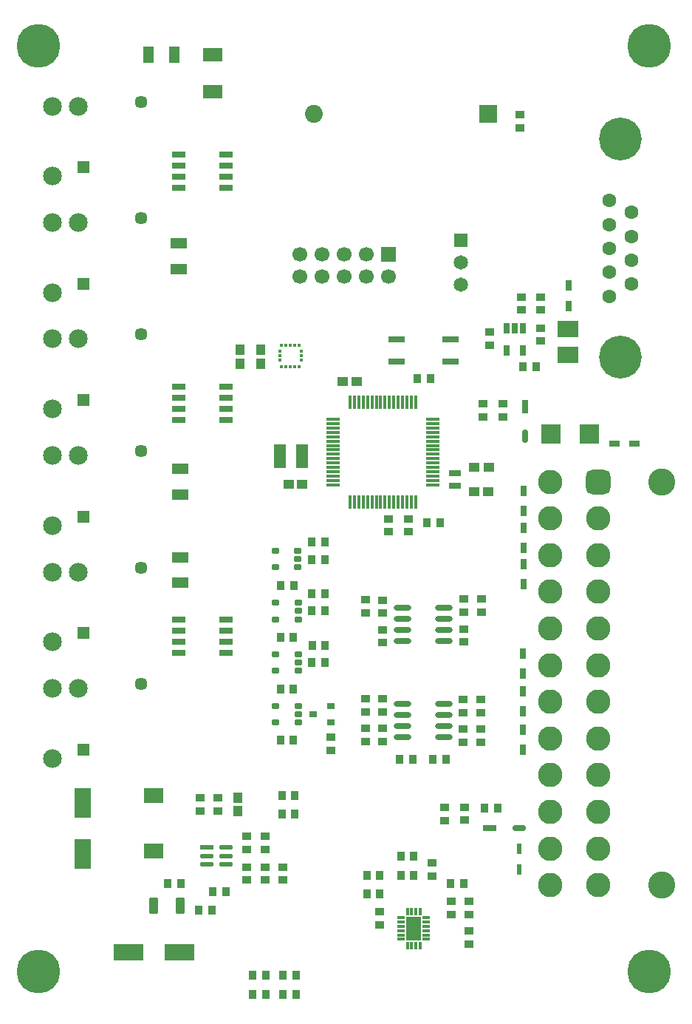
<source format=gbr>
%TF.GenerationSoftware,Altium Limited,Altium Designer,25.8.1 (18)*%
G04 Layer_Color=8388736*
%FSLAX45Y45*%
%MOMM*%
%TF.SameCoordinates,031978D1-9D18-463A-8735-F8186BF7E524*%
%TF.FilePolarity,Negative*%
%TF.FileFunction,Soldermask,Top*%
%TF.Part,Single*%
G01*
G75*
%TA.AperFunction,SMDPad,CuDef*%
G04:AMPARAMS|DCode=10|XSize=1.55439mm|YSize=0.57213mm|CornerRadius=0.28606mm|HoleSize=0mm|Usage=FLASHONLY|Rotation=0.000|XOffset=0mm|YOffset=0mm|HoleType=Round|Shape=RoundedRectangle|*
%AMROUNDEDRECTD10*
21,1,1.55439,0.00000,0,0,0.0*
21,1,0.98226,0.57213,0,0,0.0*
1,1,0.57213,0.49113,0.00000*
1,1,0.57213,-0.49113,0.00000*
1,1,0.57213,-0.49113,0.00000*
1,1,0.57213,0.49113,0.00000*
%
%ADD10ROUNDEDRECTD10*%
%ADD11R,1.55439X0.57213*%
%ADD21R,1.15814X1.01213*%
%ADD27R,0.45000X0.35000*%
%ADD28R,0.35000X0.45000*%
%ADD30R,1.01213X1.15814*%
%ADD32R,0.90000X0.80000*%
%ADD33R,1.40000X2.80000*%
%ADD39R,1.40000X0.75000*%
%ADD40R,1.30606X1.05822*%
%ADD41R,1.05822X1.30606*%
G04:AMPARAMS|DCode=43|XSize=1.55748mm|YSize=0.74248mm|CornerRadius=0.37124mm|HoleSize=0mm|Usage=FLASHONLY|Rotation=270.000|XOffset=0mm|YOffset=0mm|HoleType=Round|Shape=RoundedRectangle|*
%AMROUNDEDRECTD43*
21,1,1.55748,0.00000,0,0,270.0*
21,1,0.81501,0.74248,0,0,270.0*
1,1,0.74247,0.00000,-0.40750*
1,1,0.74247,0.00000,0.40750*
1,1,0.74247,0.00000,0.40750*
1,1,0.74247,0.00000,-0.40750*
%
%ADD43ROUNDEDRECTD43*%
%ADD44R,0.74248X1.55748*%
%ADD46R,2.18000X1.62000*%
G04:AMPARAMS|DCode=47|XSize=1.55748mm|YSize=0.74248mm|CornerRadius=0.37124mm|HoleSize=0mm|Usage=FLASHONLY|Rotation=0.000|XOffset=0mm|YOffset=0mm|HoleType=Round|Shape=RoundedRectangle|*
%AMROUNDEDRECTD47*
21,1,1.55748,0.00000,0,0,0.0*
21,1,0.81501,0.74248,0,0,0.0*
1,1,0.74247,0.40750,0.00000*
1,1,0.74247,-0.40750,0.00000*
1,1,0.74247,-0.40750,0.00000*
1,1,0.74247,0.40750,0.00000*
%
%ADD47ROUNDEDRECTD47*%
%ADD48R,1.55748X0.74248*%
%TA.AperFunction,ComponentPad*%
%ADD53C,1.45000*%
%ADD54C,2.15000*%
%ADD55R,1.45000X1.45000*%
%ADD63C,1.60000*%
%TA.AperFunction,ViaPad*%
%ADD69C,5.00000*%
%TA.AperFunction,SMDPad,CuDef*%
%ADD78R,0.65000X1.15000*%
%ADD79R,2.40000X1.90000*%
G04:AMPARAMS|DCode=80|XSize=0.9mm|YSize=1.1mm|CornerRadius=0.15mm|HoleSize=0mm|Usage=FLASHONLY|Rotation=90.000|XOffset=0mm|YOffset=0mm|HoleType=Round|Shape=RoundedRectangle|*
%AMROUNDEDRECTD80*
21,1,0.90000,0.80000,0,0,90.0*
21,1,0.60000,1.10000,0,0,90.0*
1,1,0.30000,0.40000,0.30000*
1,1,0.30000,0.40000,-0.30000*
1,1,0.30000,-0.40000,-0.30000*
1,1,0.30000,-0.40000,0.30000*
%
%ADD80ROUNDEDRECTD80*%
%ADD81R,0.70000X1.25000*%
G04:AMPARAMS|DCode=82|XSize=0.9mm|YSize=1.1mm|CornerRadius=0.15mm|HoleSize=0mm|Usage=FLASHONLY|Rotation=180.000|XOffset=0mm|YOffset=0mm|HoleType=Round|Shape=RoundedRectangle|*
%AMROUNDEDRECTD82*
21,1,0.90000,0.80000,0,0,180.0*
21,1,0.60000,1.10000,0,0,180.0*
1,1,0.30000,-0.30000,0.40000*
1,1,0.30000,0.30000,0.40000*
1,1,0.30000,0.30000,-0.40000*
1,1,0.30000,-0.30000,-0.40000*
%
%ADD82ROUNDEDRECTD82*%
%ADD83R,1.82500X0.75000*%
%ADD84R,0.40000X1.57500*%
%ADD85R,1.15000X0.65000*%
%ADD86R,2.30000X2.25000*%
%ADD87R,1.57500X0.40000*%
%ADD88O,2.00000X0.70000*%
%ADD89R,0.60000X1.20000*%
%ADD90R,0.95000X0.35000*%
%ADD91R,1.80000X2.80000*%
%ADD92R,1.62500X0.75000*%
G04:AMPARAMS|DCode=93|XSize=0.65mm|YSize=0.9mm|CornerRadius=0.0995mm|HoleSize=0mm|Usage=FLASHONLY|Rotation=270.000|XOffset=0mm|YOffset=0mm|HoleType=Round|Shape=RoundedRectangle|*
%AMROUNDEDRECTD93*
21,1,0.65000,0.70100,0,0,270.0*
21,1,0.45100,0.90000,0,0,270.0*
1,1,0.19900,-0.35050,-0.22550*
1,1,0.19900,-0.35050,0.22550*
1,1,0.19900,0.35050,0.22550*
1,1,0.19900,0.35050,-0.22550*
%
%ADD93ROUNDEDRECTD93*%
G04:AMPARAMS|DCode=94|XSize=1.1mm|YSize=1.9mm|CornerRadius=0.175mm|HoleSize=0mm|Usage=FLASHONLY|Rotation=0.000|XOffset=0mm|YOffset=0mm|HoleType=Round|Shape=RoundedRectangle|*
%AMROUNDEDRECTD94*
21,1,1.10000,1.55000,0,0,0.0*
21,1,0.75000,1.90000,0,0,0.0*
1,1,0.35000,0.37500,-0.77500*
1,1,0.35000,-0.37500,-0.77500*
1,1,0.35000,-0.37500,0.77500*
1,1,0.35000,0.37500,0.77500*
%
%ADD94ROUNDEDRECTD94*%
%ADD95R,3.45000X1.95000*%
%ADD96R,1.95000X3.45000*%
%ADD97R,2.30000X1.70000*%
%ADD98R,0.35000X0.95000*%
%ADD99R,1.90000X1.27000*%
%ADD100R,1.27000X1.90000*%
%TA.AperFunction,ComponentPad*%
%ADD101C,2.80000*%
G04:AMPARAMS|DCode=102|XSize=2.8mm|YSize=2.8mm|CornerRadius=0.725mm|HoleSize=0mm|Usage=FLASHONLY|Rotation=90.000|XOffset=0mm|YOffset=0mm|HoleType=Round|Shape=RoundedRectangle|*
%AMROUNDEDRECTD102*
21,1,2.80000,1.35000,0,0,90.0*
21,1,1.35000,2.80000,0,0,90.0*
1,1,1.45000,0.67500,0.67500*
1,1,1.45000,0.67500,-0.67500*
1,1,1.45000,-0.67500,-0.67500*
1,1,1.45000,-0.67500,0.67500*
%
%ADD102ROUNDEDRECTD102*%
%ADD103C,3.10000*%
%ADD104C,4.90000*%
%ADD105R,1.65000X1.65000*%
%ADD106C,2.05000*%
%ADD107C,1.70000*%
%ADD108C,1.65000*%
%ADD109R,1.70000X1.70000*%
%ADD110R,2.05000X2.05000*%
D10*
X2763868Y1802410D02*
D03*
X2543809Y1897410D02*
D03*
X2763868D02*
D03*
Y1992410D02*
D03*
X2543809Y1802410D02*
D03*
D11*
Y1992410D02*
D03*
D21*
X5771273Y6350039D02*
D03*
X5768610Y6070045D02*
D03*
X4097303Y7331199D02*
D03*
X5603211Y6070045D02*
D03*
X5605874Y6350039D02*
D03*
X4262702Y7331199D02*
D03*
D27*
X3621290Y7672539D02*
D03*
Y7622539D02*
D03*
Y7572539D02*
D03*
X3376290Y7672539D02*
D03*
Y7622539D02*
D03*
Y7572539D02*
D03*
D28*
X3598790Y7500039D02*
D03*
X3448790Y7745039D02*
D03*
X3548790D02*
D03*
Y7500039D02*
D03*
X3398790D02*
D03*
X3448790D02*
D03*
X3498790D02*
D03*
X3598790Y7745039D02*
D03*
X3498790D02*
D03*
X3398790D02*
D03*
D30*
X3160039Y7693910D02*
D03*
X2920044Y7693857D02*
D03*
X3160039Y7528511D02*
D03*
X2920044Y7528458D02*
D03*
D32*
X3960090Y3616227D02*
D03*
Y3426227D02*
D03*
X3760090Y3521227D02*
D03*
D33*
X3377639Y6474211D02*
D03*
X3637639D02*
D03*
D39*
X5388797Y6137496D02*
D03*
Y6282496D02*
D03*
D40*
X3635255Y6151211D02*
D03*
X3480039D02*
D03*
D41*
X2898938Y2409002D02*
D03*
Y2564218D02*
D03*
D43*
X6190040Y6701174D02*
D03*
D44*
Y7041248D02*
D03*
D46*
X2610056Y11072160D02*
D03*
Y10650160D02*
D03*
D47*
X6120059Y2211266D02*
D03*
D48*
X5779985D02*
D03*
D53*
X1791057Y5197385D02*
D03*
X1790039Y6531210D02*
D03*
X1790039Y10531210D02*
D03*
X1791039Y9196210D02*
D03*
X1791039Y7866850D02*
D03*
X1790039Y3862430D02*
D03*
D54*
X1071057Y5147385D02*
D03*
X771057Y4347385D02*
D03*
Y5147385D02*
D03*
X771039Y7016851D02*
D03*
X1070039Y6481211D02*
D03*
X770039D02*
D03*
Y5681211D02*
D03*
X770039Y9681210D02*
D03*
X1070039Y10481210D02*
D03*
X770039D02*
D03*
X771039Y8346210D02*
D03*
X1071039Y9146210D02*
D03*
X771039D02*
D03*
X771039Y7816851D02*
D03*
X1071040D02*
D03*
X770039Y3812430D02*
D03*
Y3012430D02*
D03*
X1070039Y3812430D02*
D03*
D55*
X1131057Y4447385D02*
D03*
X1130039Y3112430D02*
D03*
X1131039Y7116850D02*
D03*
X1131039Y8446210D02*
D03*
X1130039Y9781210D02*
D03*
X1130039Y5781210D02*
D03*
D63*
X7407039Y9265211D02*
D03*
Y8443210D02*
D03*
X7153039Y8854210D02*
D03*
Y9128210D02*
D03*
Y8306210D02*
D03*
Y9402211D02*
D03*
Y8580210D02*
D03*
X7407039Y8991210D02*
D03*
Y8717210D02*
D03*
D69*
X7610440Y11170401D02*
D03*
X7609744Y570408D02*
D03*
X610025Y11170340D02*
D03*
X609512Y569810D02*
D03*
D78*
X6690046Y8426170D02*
D03*
X6170038Y5006210D02*
D03*
X6170034Y5846252D02*
D03*
X6170033Y5426260D02*
D03*
X6167539Y3986210D02*
D03*
X6167539Y3553509D02*
D03*
X6167538Y3111689D02*
D03*
X6170038Y5236210D02*
D03*
X6167539Y3783509D02*
D03*
X6167538Y3341689D02*
D03*
X6170034Y6076252D02*
D03*
X6690046Y8196170D02*
D03*
X6167539Y4216211D02*
D03*
X6170033Y5656260D02*
D03*
D79*
X6680028Y7636250D02*
D03*
Y7926250D02*
D03*
D80*
X6370039Y7791210D02*
D03*
X6150041Y8146174D02*
D03*
X5711501Y6923507D02*
D03*
X5690034Y4686260D02*
D03*
X5680033Y3536247D02*
D03*
X5680039Y3348910D02*
D03*
X5500039Y2304671D02*
D03*
X5270039Y2303511D02*
D03*
X5340027Y1376253D02*
D03*
X4360039Y4678910D02*
D03*
X4360033Y3546255D02*
D03*
X4360044Y3356171D02*
D03*
X2668439Y2409311D02*
D03*
X2461191D02*
D03*
X3208439Y2118310D02*
D03*
X3001639Y2119610D02*
D03*
X4520087Y1106222D02*
D03*
X3001639Y1969610D02*
D03*
X3208439Y1968310D02*
D03*
X3001289Y1769610D02*
D03*
X3208439D02*
D03*
X5550083Y1226222D02*
D03*
X5550026Y1036257D02*
D03*
X5550083Y1376222D02*
D03*
X5340027Y1226253D02*
D03*
X5120028Y1666261D02*
D03*
X5550026Y886257D02*
D03*
X4520087Y1256222D02*
D03*
X4360033Y3696255D02*
D03*
X4560098Y3696216D02*
D03*
X4360039Y4828910D02*
D03*
X4560095Y4826216D02*
D03*
X4850001Y5756204D02*
D03*
Y5606204D02*
D03*
X4620002Y5606204D02*
D03*
X5680033Y3686247D02*
D03*
X5480084Y3686216D02*
D03*
X5690034Y4836260D02*
D03*
X5490082Y4836216D02*
D03*
X4620002Y5756204D02*
D03*
X6130076Y10236221D02*
D03*
X5780075Y7746221D02*
D03*
X3417008Y1769610D02*
D03*
X4360044Y3206171D02*
D03*
X4560097Y3206216D02*
D03*
X5480039Y3351211D02*
D03*
X5480084Y3536216D02*
D03*
X4560097Y3356216D02*
D03*
X4560098Y3546216D02*
D03*
X6130076Y10386221D02*
D03*
X4560095Y4676216D02*
D03*
X6150041Y8296174D02*
D03*
X6370078Y8296213D02*
D03*
Y8146213D02*
D03*
X5490082Y4686216D02*
D03*
X5711501Y7073507D02*
D03*
X5489997Y4346205D02*
D03*
Y4496205D02*
D03*
X6370039Y7941210D02*
D03*
X5780075Y7896221D02*
D03*
X5500039Y2454671D02*
D03*
X5680039Y3198910D02*
D03*
X4560034Y4336266D02*
D03*
Y4486266D02*
D03*
X5120028Y1816261D02*
D03*
X5270039Y2453511D02*
D03*
X5935070Y6922292D02*
D03*
Y7072292D02*
D03*
X5480039Y3201211D02*
D03*
X3208439Y1619610D02*
D03*
X3001289D02*
D03*
X2461191Y2559311D02*
D03*
X3417008Y1619610D02*
D03*
X3960022Y3256260D02*
D03*
Y3106260D02*
D03*
X2668439Y2559311D02*
D03*
D81*
X6070027Y7941251D02*
D03*
X5975027Y7681251D02*
D03*
X6165027D02*
D03*
Y7941251D02*
D03*
X5975027D02*
D03*
D82*
X6315039Y7501211D02*
D03*
X5214972Y5709217D02*
D03*
X5485037Y1581251D02*
D03*
X3896210Y5489960D02*
D03*
X3896174Y4899956D02*
D03*
X3897750Y4310137D02*
D03*
X3552939Y2589611D02*
D03*
X3552938Y2379671D02*
D03*
X4375028Y1461256D02*
D03*
X4375027Y1671254D02*
D03*
X2762213Y1489611D02*
D03*
X3565037Y533571D02*
D03*
X3565036Y313571D02*
D03*
X2094639Y1582810D02*
D03*
X2600938Y1279611D02*
D03*
X2612213Y1489611D02*
D03*
X2244639Y1582810D02*
D03*
X2450938Y1279611D02*
D03*
X3065002Y533532D02*
D03*
X4765027Y1671260D02*
D03*
X4764990Y1891199D02*
D03*
X4525027Y1671254D02*
D03*
X5335037Y1581251D02*
D03*
X4915027Y1671260D02*
D03*
X4525028Y1461256D02*
D03*
X5064972Y5709217D02*
D03*
X4956579Y7361211D02*
D03*
X4905039Y3001210D02*
D03*
X4755039D02*
D03*
X6165039Y7501211D02*
D03*
X5106579Y7361211D02*
D03*
X5135044Y3001164D02*
D03*
X3402939Y2589611D02*
D03*
X3402938Y2379671D02*
D03*
X3386578Y4994317D02*
D03*
X3385039Y4401210D02*
D03*
X3384986Y3811194D02*
D03*
X3384982Y3221194D02*
D03*
X3065002Y313530D02*
D03*
X3745039Y4701210D02*
D03*
X3895039D02*
D03*
X3746210Y5489960D02*
D03*
X3215002Y313530D02*
D03*
Y533532D02*
D03*
X3415037Y533571D02*
D03*
X3415036Y313571D02*
D03*
X5285044Y3001164D02*
D03*
X4914990Y1891199D02*
D03*
X3745000Y5291205D02*
D03*
X3895000D02*
D03*
X3746174Y4899956D02*
D03*
X3535039Y4401210D02*
D03*
X3747750Y4310137D02*
D03*
X3746578Y4111210D02*
D03*
X3896578D02*
D03*
X3536578Y4994317D02*
D03*
X3534982Y3221194D02*
D03*
X3534986Y3811194D02*
D03*
X5724984Y2441194D02*
D03*
X5874984D02*
D03*
D83*
X5336339Y7811210D02*
D03*
X4718739D02*
D03*
Y7557210D02*
D03*
X5336339D02*
D03*
D84*
X4885039Y7095010D02*
D03*
Y5947410D02*
D03*
X4235039Y7095010D02*
D03*
X4835039Y5947410D02*
D03*
X4785039D02*
D03*
X4735039D02*
D03*
X4685039D02*
D03*
X4635039D02*
D03*
X4585039D02*
D03*
X4535039D02*
D03*
X4485039D02*
D03*
X4435039D02*
D03*
X4385039D02*
D03*
X4335039D02*
D03*
X4285039D02*
D03*
X4235039D02*
D03*
X4185039D02*
D03*
X4285039Y7095010D02*
D03*
X4385039D02*
D03*
X4435039D02*
D03*
X4485039D02*
D03*
X4535039D02*
D03*
X4585039D02*
D03*
X4635039D02*
D03*
X4685039D02*
D03*
X4735039D02*
D03*
X4785039D02*
D03*
X4935039D02*
D03*
X4185039D02*
D03*
X4935039Y5947410D02*
D03*
X4835039Y7095010D02*
D03*
X4335039D02*
D03*
D85*
X7445039Y6621210D02*
D03*
X7215039D02*
D03*
D86*
X6930039Y6731211D02*
D03*
X6490039D02*
D03*
D87*
X5133839Y6696210D02*
D03*
X3986239Y6196210D02*
D03*
X5133839Y6846210D02*
D03*
Y6496210D02*
D03*
X3986239Y6246210D02*
D03*
Y6296210D02*
D03*
Y6346210D02*
D03*
Y6396210D02*
D03*
Y6446210D02*
D03*
Y6496210D02*
D03*
Y6546210D02*
D03*
Y6596210D02*
D03*
Y6646210D02*
D03*
Y6696210D02*
D03*
Y6746210D02*
D03*
Y6796210D02*
D03*
Y6846210D02*
D03*
Y6896210D02*
D03*
X5133839D02*
D03*
Y6796210D02*
D03*
Y6746210D02*
D03*
Y6546210D02*
D03*
Y6396210D02*
D03*
Y6346210D02*
D03*
Y6196210D02*
D03*
Y6146210D02*
D03*
X3986239D02*
D03*
X5133839Y6446210D02*
D03*
Y6296210D02*
D03*
Y6246210D02*
D03*
Y6646210D02*
D03*
Y6596210D02*
D03*
D88*
X4784987Y4360704D02*
D03*
X4784985Y3260705D02*
D03*
X5254987Y4741704D02*
D03*
X5254985Y3641705D02*
D03*
Y3260705D02*
D03*
Y3387705D02*
D03*
Y3514705D02*
D03*
X4784985Y3387705D02*
D03*
Y3514705D02*
D03*
Y3641705D02*
D03*
X4784987Y4741704D02*
D03*
Y4614704D02*
D03*
Y4487704D02*
D03*
X5254987Y4614704D02*
D03*
Y4487704D02*
D03*
Y4360704D02*
D03*
D89*
X6120039Y1743711D02*
D03*
Y1978710D02*
D03*
D90*
X5060038Y1191210D02*
D03*
X4770038Y941210D02*
D03*
Y991210D02*
D03*
Y1041210D02*
D03*
X5060038Y1141210D02*
D03*
Y1091210D02*
D03*
X4770038D02*
D03*
Y1141210D02*
D03*
Y1191210D02*
D03*
X5060038Y941210D02*
D03*
Y991210D02*
D03*
Y1041210D02*
D03*
D91*
X4915038Y1066210D02*
D03*
D92*
X2761239Y9804710D02*
D03*
Y9550710D02*
D03*
X2761282Y7144727D02*
D03*
Y6890727D02*
D03*
X2761286Y4474728D02*
D03*
Y4220728D02*
D03*
X2761239Y9677710D02*
D03*
X2761282Y7271727D02*
D03*
X2761286Y4601728D02*
D03*
X2761282Y7017727D02*
D03*
X2761239Y9931710D02*
D03*
X2761286Y4347728D02*
D03*
X2218839Y9931710D02*
D03*
Y9804710D02*
D03*
Y9677710D02*
D03*
Y9550710D02*
D03*
X2218886Y4220728D02*
D03*
Y4347728D02*
D03*
Y4474728D02*
D03*
Y4601728D02*
D03*
X2218882Y7271727D02*
D03*
Y7144727D02*
D03*
Y7017727D02*
D03*
Y6890727D02*
D03*
D93*
X3587583Y4796216D02*
D03*
X3585039Y5391210D02*
D03*
X3587587Y4206216D02*
D03*
X3587538Y3616210D02*
D03*
X3332583Y4796216D02*
D03*
X3332538Y3616210D02*
D03*
X3332587Y4206216D02*
D03*
X3330039Y5391210D02*
D03*
Y5201210D02*
D03*
X3332587Y4016216D02*
D03*
X3332583Y4606216D02*
D03*
X3332538Y3426210D02*
D03*
X3587583Y4606216D02*
D03*
Y4701216D02*
D03*
X3587587Y4016216D02*
D03*
Y4111216D02*
D03*
X3585039Y5201210D02*
D03*
Y5296210D02*
D03*
X3587538Y3426210D02*
D03*
Y3521210D02*
D03*
D94*
X1928539Y1324710D02*
D03*
X2238539D02*
D03*
D95*
X1640039Y791210D02*
D03*
X2230039D02*
D03*
D96*
X1120039Y1916210D02*
D03*
Y2506210D02*
D03*
D97*
X1933239Y1948611D02*
D03*
Y2588611D02*
D03*
D98*
X4890038Y871210D02*
D03*
X4840038D02*
D03*
Y1261210D02*
D03*
X4890038D02*
D03*
X4940038D02*
D03*
X4990039D02*
D03*
X4940038Y871210D02*
D03*
X4990039D02*
D03*
D99*
X2240046Y5318173D02*
D03*
Y5024173D02*
D03*
X2220032Y8908250D02*
D03*
Y8614250D02*
D03*
X2240046Y6326819D02*
D03*
Y6032819D02*
D03*
D100*
X2167039Y11071211D02*
D03*
X1873039D02*
D03*
D101*
X6480039Y1561211D02*
D03*
X7030039Y2821212D02*
D03*
X6480039Y2821211D02*
D03*
Y1981211D02*
D03*
Y2401211D02*
D03*
Y3241211D02*
D03*
Y3661211D02*
D03*
Y4081211D02*
D03*
Y4501211D02*
D03*
Y4921211D02*
D03*
Y5341211D02*
D03*
Y5761211D02*
D03*
Y6181211D02*
D03*
X7030039Y4501211D02*
D03*
Y5761211D02*
D03*
Y5341211D02*
D03*
Y4921211D02*
D03*
Y4081211D02*
D03*
Y3661211D02*
D03*
Y3241211D02*
D03*
Y2401212D02*
D03*
Y1561212D02*
D03*
Y1981212D02*
D03*
D102*
Y6181211D02*
D03*
D103*
X7760039Y6181211D02*
D03*
Y1561210D02*
D03*
D104*
X7280039Y10103711D02*
D03*
Y7604710D02*
D03*
D105*
X5449961Y8942790D02*
D03*
D106*
X3770039Y10391210D02*
D03*
D107*
X4112539Y8785210D02*
D03*
Y8531210D02*
D03*
X4620539D02*
D03*
X4366539D02*
D03*
X3604539Y8785210D02*
D03*
X3858539D02*
D03*
X4366539D02*
D03*
X3604539Y8531210D02*
D03*
X3858539D02*
D03*
D108*
X5449961Y8688790D02*
D03*
Y8434790D02*
D03*
D109*
X4620539Y8785210D02*
D03*
D110*
X5770039Y10391210D02*
D03*
%TF.MD5,52d789a950c62899f7df29e85ce5f803*%
M02*

</source>
